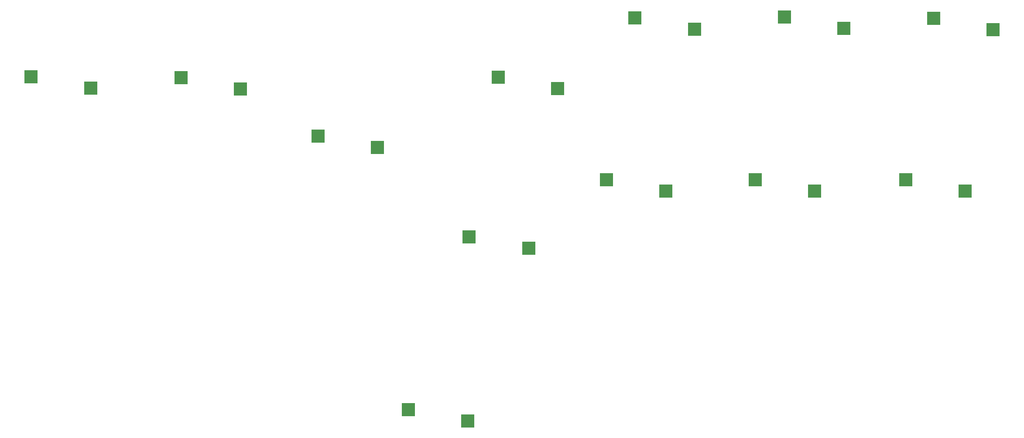
<source format=gbr>
%TF.GenerationSoftware,KiCad,Pcbnew,7.0.5*%
%TF.CreationDate,2023-10-21T15:45:58-07:00*%
%TF.ProjectId,VBox,56426f78-2e6b-4696-9361-645f70636258,rev?*%
%TF.SameCoordinates,Original*%
%TF.FileFunction,Paste,Bot*%
%TF.FilePolarity,Positive*%
%FSLAX46Y46*%
G04 Gerber Fmt 4.6, Leading zero omitted, Abs format (unit mm)*
G04 Created by KiCad (PCBNEW 7.0.5) date 2023-10-21 15:45:58*
%MOMM*%
%LPD*%
G01*
G04 APERTURE LIST*
%ADD10R,2.600000X2.600000*%
G04 APERTURE END LIST*
D10*
%TO.C,SW10*%
X143490534Y-56905534D03*
X155040534Y-59105534D03*
%TD*%
%TO.C,SW15*%
X164490534Y-76835534D03*
X176040534Y-79035534D03*
%TD*%
%TO.C,SW12*%
X199020534Y-45255534D03*
X210570534Y-47455534D03*
%TD*%
%TO.C,SW8*%
X81950534Y-56965534D03*
X93500534Y-59165534D03*
%TD*%
%TO.C,SW18*%
X126050534Y-121415534D03*
X137600534Y-123615534D03*
%TD*%
%TO.C,SW17*%
X222550534Y-76835534D03*
X234100534Y-79035534D03*
%TD*%
%TO.C,SW16*%
X193340534Y-76835534D03*
X204890534Y-79035534D03*
%TD*%
%TO.C,SW9*%
X108550534Y-68315534D03*
X120100534Y-70515534D03*
%TD*%
%TO.C,SW11*%
X170050534Y-45375534D03*
X181600534Y-47575534D03*
%TD*%
%TO.C,SW7*%
X52855534Y-56845534D03*
X64405534Y-59045534D03*
%TD*%
%TO.C,SW14*%
X137880534Y-87945534D03*
X149430534Y-90145534D03*
%TD*%
%TO.C,SW13*%
X227990534Y-45495534D03*
X239540534Y-47695534D03*
%TD*%
M02*

</source>
